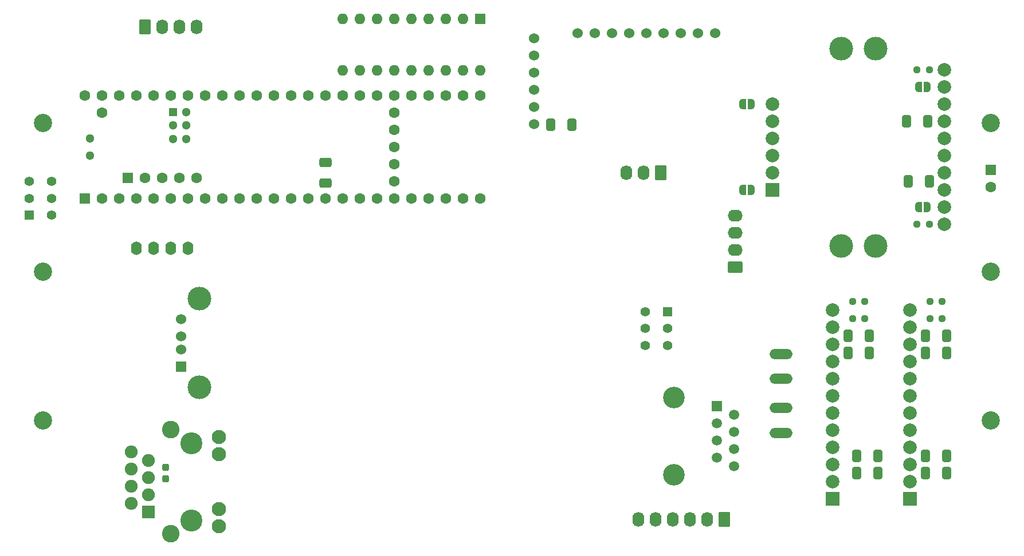
<source format=gbs>
%TF.GenerationSoftware,KiCad,Pcbnew,7.0.7*%
%TF.CreationDate,2023-10-09T15:43:46-04:00*%
%TF.ProjectId,dmxaudio,646d7861-7564-4696-9f2e-6b696361645f,rev?*%
%TF.SameCoordinates,Original*%
%TF.FileFunction,Soldermask,Bot*%
%TF.FilePolarity,Negative*%
%FSLAX46Y46*%
G04 Gerber Fmt 4.6, Leading zero omitted, Abs format (unit mm)*
G04 Created by KiCad (PCBNEW 7.0.7) date 2023-10-09 15:43:46*
%MOMM*%
%LPD*%
G01*
G04 APERTURE LIST*
G04 Aperture macros list*
%AMRoundRect*
0 Rectangle with rounded corners*
0 $1 Rounding radius*
0 $2 $3 $4 $5 $6 $7 $8 $9 X,Y pos of 4 corners*
0 Add a 4 corners polygon primitive as box body*
4,1,4,$2,$3,$4,$5,$6,$7,$8,$9,$2,$3,0*
0 Add four circle primitives for the rounded corners*
1,1,$1+$1,$2,$3*
1,1,$1+$1,$4,$5*
1,1,$1+$1,$6,$7*
1,1,$1+$1,$8,$9*
0 Add four rect primitives between the rounded corners*
20,1,$1+$1,$2,$3,$4,$5,0*
20,1,$1+$1,$4,$5,$6,$7,0*
20,1,$1+$1,$6,$7,$8,$9,0*
20,1,$1+$1,$8,$9,$2,$3,0*%
%AMFreePoly0*
4,1,19,0.500000,-0.750000,0.000000,-0.750000,0.000000,-0.744911,-0.071157,-0.744911,-0.207708,-0.704816,-0.327430,-0.627875,-0.420627,-0.520320,-0.479746,-0.390866,-0.500000,-0.250000,-0.500000,0.250000,-0.479746,0.390866,-0.420627,0.520320,-0.327430,0.627875,-0.207708,0.704816,-0.071157,0.744911,0.000000,0.744911,0.000000,0.750000,0.500000,0.750000,0.500000,-0.750000,0.500000,-0.750000,
$1*%
%AMFreePoly1*
4,1,19,0.000000,0.744911,0.071157,0.744911,0.207708,0.704816,0.327430,0.627875,0.420627,0.520320,0.479746,0.390866,0.500000,0.250000,0.500000,-0.250000,0.479746,-0.390866,0.420627,-0.520320,0.327430,-0.627875,0.207708,-0.704816,0.071157,-0.744911,0.000000,-0.744911,0.000000,-0.750000,-0.500000,-0.750000,-0.500000,0.750000,0.000000,0.750000,0.000000,0.744911,0.000000,0.744911,
$1*%
G04 Aperture macros list end*
%ADD10RoundRect,0.250000X0.620000X0.845000X-0.620000X0.845000X-0.620000X-0.845000X0.620000X-0.845000X0*%
%ADD11O,1.740000X2.190000*%
%ADD12C,2.700000*%
%ADD13R,1.600000X1.600000*%
%ADD14C,1.600000*%
%ADD15R,1.300000X1.300000*%
%ADD16C,1.300000*%
%ADD17O,3.400000X1.500000*%
%ADD18C,3.250000*%
%ADD19R,1.900000X1.900000*%
%ADD20C,1.900000*%
%ADD21C,2.100000*%
%ADD22C,2.600000*%
%ADD23R,1.400000X1.400000*%
%ADD24C,1.400000*%
%ADD25C,3.200000*%
%ADD26R,1.500000X1.500000*%
%ADD27C,1.500000*%
%ADD28R,2.000000X2.000000*%
%ADD29C,2.000000*%
%ADD30O,1.600000X1.600000*%
%ADD31C,1.524000*%
%ADD32RoundRect,0.250000X-0.620000X-0.845000X0.620000X-0.845000X0.620000X0.845000X-0.620000X0.845000X0*%
%ADD33R,1.524000X1.524000*%
%ADD34C,3.500000*%
%ADD35RoundRect,0.250000X0.845000X-0.620000X0.845000X0.620000X-0.845000X0.620000X-0.845000X-0.620000X0*%
%ADD36O,2.190000X1.740000*%
%ADD37O,1.600000X2.000000*%
%ADD38RoundRect,0.250000X-0.412500X-0.650000X0.412500X-0.650000X0.412500X0.650000X-0.412500X0.650000X0*%
%ADD39RoundRect,0.237500X0.250000X0.237500X-0.250000X0.237500X-0.250000X-0.237500X0.250000X-0.237500X0*%
%ADD40RoundRect,0.237500X-0.250000X-0.237500X0.250000X-0.237500X0.250000X0.237500X-0.250000X0.237500X0*%
%ADD41FreePoly0,0.000000*%
%ADD42FreePoly1,0.000000*%
%ADD43RoundRect,0.237500X0.237500X-0.300000X0.237500X0.300000X-0.237500X0.300000X-0.237500X-0.300000X0*%
%ADD44RoundRect,0.250000X0.412500X0.650000X-0.412500X0.650000X-0.412500X-0.650000X0.412500X-0.650000X0*%
%ADD45RoundRect,0.250000X0.650000X-0.412500X0.650000X0.412500X-0.650000X0.412500X-0.650000X-0.412500X0*%
G04 APERTURE END LIST*
D10*
%TO.C,J7*%
X170688000Y-137668000D03*
D11*
X168148000Y-137668000D03*
X165608000Y-137668000D03*
X163068000Y-137668000D03*
X160528000Y-137668000D03*
X157988000Y-137668000D03*
%TD*%
D12*
%TO.C,REF\u002A\u002A*%
X70000000Y-123000000D03*
%TD*%
D13*
%TO.C,U2*%
X76200000Y-90170000D03*
D14*
X78740000Y-90170000D03*
X81280000Y-90170000D03*
X83820000Y-90170000D03*
X86360000Y-90170000D03*
X88900000Y-90170000D03*
X91440000Y-90170000D03*
X93980000Y-90170000D03*
X96520000Y-90170000D03*
X99060000Y-90170000D03*
X101600000Y-90170000D03*
X104140000Y-90170000D03*
X106680000Y-90170000D03*
X109220000Y-90170000D03*
X111760000Y-90170000D03*
X114300000Y-90170000D03*
X116840000Y-90170000D03*
X119380000Y-90170000D03*
X121920000Y-90170000D03*
X124460000Y-90170000D03*
X127000000Y-90170000D03*
X129540000Y-90170000D03*
X132080000Y-90170000D03*
X134620000Y-90170000D03*
X134620000Y-74930000D03*
X132080000Y-74930000D03*
X129540000Y-74930000D03*
X127000000Y-74930000D03*
X124460000Y-74930000D03*
X121920000Y-74930000D03*
X119380000Y-74930000D03*
X116840000Y-74930000D03*
X114300000Y-74930000D03*
X111760000Y-74930000D03*
X109220000Y-74930000D03*
X106680000Y-74930000D03*
X104140000Y-74930000D03*
X101600000Y-74930000D03*
X99060000Y-74930000D03*
X96520000Y-74930000D03*
X93980000Y-74930000D03*
X91440000Y-74930000D03*
X88900000Y-74930000D03*
X86360000Y-74930000D03*
X83820000Y-74930000D03*
X81280000Y-74930000D03*
X78740000Y-74930000D03*
X76200000Y-74930000D03*
X78740000Y-77470000D03*
X121920000Y-87630000D03*
X121920000Y-85090000D03*
X121920000Y-82550000D03*
X121920000Y-80010000D03*
X121920000Y-77470000D03*
D13*
X82499200Y-87119200D03*
D14*
X85039200Y-87119200D03*
X87579200Y-87119200D03*
X90119200Y-87119200D03*
X92659200Y-87119200D03*
D15*
X89170000Y-77368400D03*
D16*
X89170000Y-79368400D03*
X89170000Y-81368400D03*
X91170000Y-81368400D03*
X91170000Y-79368400D03*
X91170000Y-77368400D03*
X76930000Y-81280000D03*
X76930000Y-83820000D03*
%TD*%
D17*
%TO.C,F1*%
X179070000Y-124858000D03*
X179070000Y-121158000D03*
X179070000Y-116858000D03*
X179070000Y-113158000D03*
%TD*%
D18*
%TO.C,J3*%
X91952000Y-137795000D03*
X91952000Y-126365000D03*
D19*
X85602000Y-136525000D03*
D20*
X83062000Y-135255000D03*
X85602000Y-133985000D03*
X83062000Y-132715000D03*
X85602000Y-131445000D03*
X83062000Y-130175000D03*
X85602000Y-128905000D03*
X83062000Y-127635000D03*
D21*
X96012000Y-138705000D03*
X96012000Y-136165000D03*
X96012000Y-127995000D03*
X96012000Y-125455000D03*
D22*
X88902000Y-139825000D03*
X88902000Y-124335000D03*
%TD*%
D23*
%TO.C,SW3*%
X67945000Y-92630000D03*
D24*
X67945000Y-90130000D03*
X67945000Y-87630000D03*
X71245000Y-92630000D03*
X71245000Y-90130000D03*
X71245000Y-87630000D03*
%TD*%
D13*
%TO.C,C11*%
X210058000Y-85969349D03*
D14*
X210058000Y-88469349D03*
%TD*%
D12*
%TO.C,REF\u002A\u002A*%
X210000000Y-79000000D03*
%TD*%
D25*
%TO.C,J2*%
X163215000Y-119634000D03*
X163215000Y-131064000D03*
D26*
X169565000Y-120904000D03*
D27*
X172105000Y-122174000D03*
X169565000Y-123444000D03*
X172105000Y-124714000D03*
X169565000Y-125984000D03*
X172105000Y-127254000D03*
X169565000Y-128524000D03*
X172105000Y-129794000D03*
%TD*%
D28*
%TO.C,U4*%
X186690000Y-134620000D03*
D29*
X186690000Y-132080000D03*
X186690000Y-129540000D03*
X186690000Y-127000000D03*
X186690000Y-124460000D03*
X186690000Y-121920000D03*
X186690000Y-119380000D03*
X186690000Y-116840000D03*
X186690000Y-114300000D03*
X186690000Y-111760000D03*
X186690000Y-109220000D03*
X186690000Y-106680000D03*
%TD*%
D12*
%TO.C,REF\u002A\u002A*%
X210000000Y-101000000D03*
%TD*%
D13*
%TO.C,SW2*%
X134610000Y-63542500D03*
D30*
X132070000Y-63542500D03*
X129530000Y-63542500D03*
X126990000Y-63542500D03*
X124450000Y-63542500D03*
X121910000Y-63542500D03*
X119370000Y-63542500D03*
X116830000Y-63542500D03*
X114290000Y-63542500D03*
X114290000Y-71162500D03*
X116830000Y-71162500D03*
X119370000Y-71162500D03*
X121910000Y-71162500D03*
X124450000Y-71162500D03*
X126990000Y-71162500D03*
X129530000Y-71162500D03*
X132070000Y-71162500D03*
X134610000Y-71162500D03*
%TD*%
D12*
%TO.C,REF\u002A\u002A*%
X70000000Y-101000000D03*
%TD*%
D31*
%TO.C,U3*%
X142544569Y-66474050D03*
X142544569Y-69014050D03*
X142544569Y-71554050D03*
X142544569Y-74094050D03*
X142544569Y-76634050D03*
X142544569Y-79174050D03*
X148984569Y-65694050D03*
X151524569Y-65694050D03*
X154064569Y-65694050D03*
X156604569Y-65694050D03*
X159144569Y-65694050D03*
X161684569Y-65694050D03*
X164224569Y-65694050D03*
X166764569Y-65694050D03*
X169304569Y-65694050D03*
%TD*%
D32*
%TO.C,J6*%
X85090000Y-64770000D03*
D11*
X87630000Y-64770000D03*
X90170000Y-64770000D03*
X92710000Y-64770000D03*
%TD*%
D33*
%TO.C,J1*%
X90424000Y-115062000D03*
D31*
X90424000Y-112562000D03*
X90424000Y-110562000D03*
X90424000Y-108062000D03*
D34*
X93134000Y-118132000D03*
X93134000Y-104992000D03*
%TD*%
D35*
%TO.C,J4*%
X172232000Y-100330000D03*
D36*
X172232000Y-97790000D03*
X172232000Y-95250000D03*
X172232000Y-92710000D03*
%TD*%
D10*
%TO.C,J5*%
X161290000Y-86360000D03*
D11*
X158750000Y-86360000D03*
X156210000Y-86360000D03*
%TD*%
D12*
%TO.C,REF\u002A\u002A*%
X70000000Y-79000000D03*
%TD*%
D28*
%TO.C,U6*%
X177800000Y-88900000D03*
D29*
X177800000Y-86360000D03*
X177800000Y-83820000D03*
X177800000Y-81280000D03*
X177800000Y-78740000D03*
X177800000Y-76200000D03*
X203200000Y-71120000D03*
X203200000Y-73660000D03*
X203200000Y-76200000D03*
X203200000Y-78740000D03*
X203200000Y-81280000D03*
X203200000Y-83820000D03*
X203200000Y-86360000D03*
X203200000Y-88900000D03*
X203200000Y-91440000D03*
X203200000Y-93980000D03*
D34*
X187960000Y-97155000D03*
X193040000Y-97155000D03*
X187960000Y-67945000D03*
X193040000Y-67945000D03*
%TD*%
D37*
%TO.C,Brd1*%
X83820000Y-97536000D03*
X86360000Y-97536000D03*
X88900000Y-97536000D03*
X91440000Y-97536000D03*
%TD*%
D28*
%TO.C,U5*%
X198120000Y-134620000D03*
D29*
X198120000Y-132080000D03*
X198120000Y-129540000D03*
X198120000Y-127000000D03*
X198120000Y-124460000D03*
X198120000Y-121920000D03*
X198120000Y-119380000D03*
X198120000Y-116840000D03*
X198120000Y-114300000D03*
X198120000Y-111760000D03*
X198120000Y-109220000D03*
X198120000Y-106680000D03*
%TD*%
D12*
%TO.C,REF\u002A\u002A*%
X210000000Y-123000000D03*
%TD*%
D23*
%TO.C,SW1*%
X162305000Y-106904000D03*
D24*
X162305000Y-109404000D03*
X162305000Y-111904000D03*
X159005000Y-106904000D03*
X159005000Y-109404000D03*
X159005000Y-111904000D03*
%TD*%
D38*
%TO.C,C6*%
X200367500Y-130810000D03*
X203492500Y-130810000D03*
%TD*%
%TO.C,C14*%
X144995500Y-79248000D03*
X148120500Y-79248000D03*
%TD*%
%TO.C,C3*%
X190207500Y-130810000D03*
X193332500Y-130810000D03*
%TD*%
D39*
%TO.C,R3*%
X191412500Y-107950000D03*
X189587500Y-107950000D03*
%TD*%
D40*
%TO.C,R8*%
X199112500Y-71120000D03*
X200937500Y-71120000D03*
%TD*%
D41*
%TO.C,JP1*%
X173340000Y-88900000D03*
D42*
X174640000Y-88900000D03*
%TD*%
D41*
%TO.C,JP3*%
X199360000Y-73660000D03*
D42*
X200660000Y-73660000D03*
%TD*%
D40*
%TO.C,R4*%
X201017500Y-105410000D03*
X202842500Y-105410000D03*
%TD*%
D41*
%TO.C,JP4*%
X199360000Y-91440000D03*
D42*
X200660000Y-91440000D03*
%TD*%
D38*
%TO.C,C8*%
X188937500Y-110490000D03*
X192062500Y-110490000D03*
%TD*%
D39*
%TO.C,R9*%
X200937500Y-93980000D03*
X199112500Y-93980000D03*
%TD*%
D43*
%TO.C,C2*%
X88137000Y-131672500D03*
X88137000Y-129947500D03*
%TD*%
D44*
%TO.C,C13*%
X200952500Y-87630000D03*
X197827500Y-87630000D03*
%TD*%
D38*
%TO.C,C5*%
X200367500Y-128270000D03*
X203492500Y-128270000D03*
%TD*%
%TO.C,C7*%
X188937500Y-113030000D03*
X192062500Y-113030000D03*
%TD*%
%TO.C,C4*%
X190207500Y-128270000D03*
X193332500Y-128270000D03*
%TD*%
%TO.C,C10*%
X200367500Y-110490000D03*
X203492500Y-110490000D03*
%TD*%
D39*
%TO.C,R5*%
X202842500Y-107950000D03*
X201017500Y-107950000D03*
%TD*%
D40*
%TO.C,R2*%
X189587500Y-105410000D03*
X191412500Y-105410000D03*
%TD*%
D41*
%TO.C,JP2*%
X173340000Y-76200000D03*
D42*
X174640000Y-76200000D03*
%TD*%
D44*
%TO.C,C12*%
X200698500Y-78740000D03*
X197573500Y-78740000D03*
%TD*%
D38*
%TO.C,C9*%
X200367500Y-113030000D03*
X203492500Y-113030000D03*
%TD*%
D45*
%TO.C,C15*%
X111760000Y-87922500D03*
X111760000Y-84797500D03*
%TD*%
M02*

</source>
